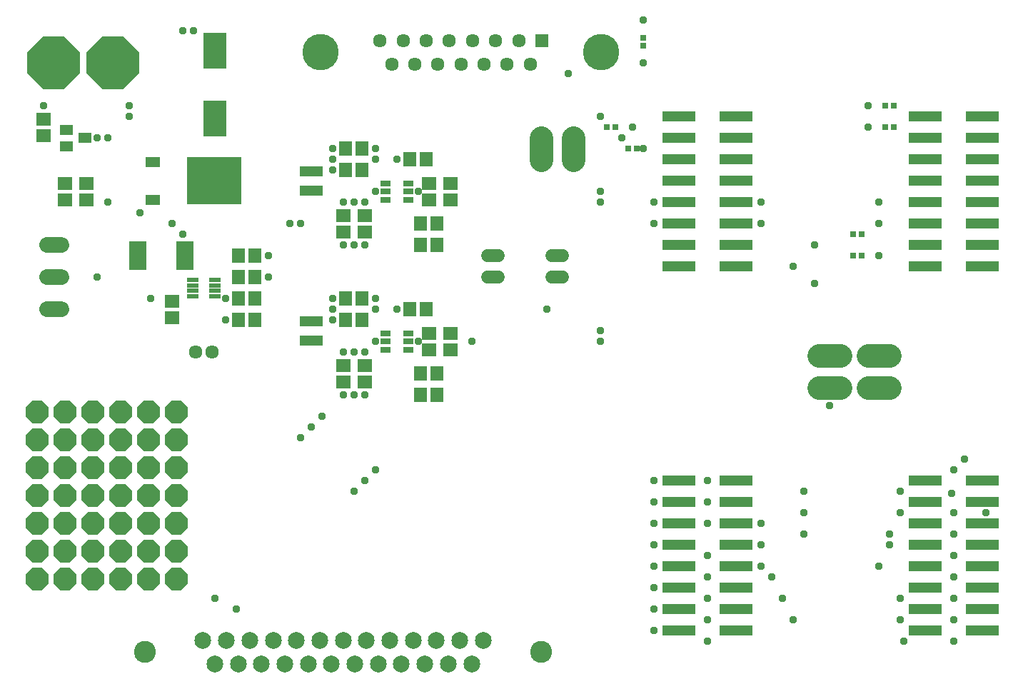
<source format=gbr>
G04 EAGLE Gerber RS-274X export*
G75*
%MOMM*%
%FSLAX34Y34*%
%LPD*%
%INSoldermask Top*%
%IPPOS*%
%AMOC8*
5,1,8,0,0,1.08239X$1,22.5*%
G01*
%ADD10R,1.503200X1.703200*%
%ADD11R,1.703200X1.503200*%
%ADD12R,2.703200X4.203200*%
%ADD13R,1.603200X1.203200*%
%ADD14R,2.743200X1.203200*%
%ADD15R,6.403200X5.603200*%
%ADD16R,1.803200X1.203200*%
%ADD17C,1.879600*%
%ADD18R,1.253200X0.803200*%
%ADD19P,6.731600X8X202.500000*%
%ADD20R,1.403200X0.603200*%
%ADD21C,1.611200*%
%ADD22C,1.524000*%
%ADD23R,1.611200X1.611200*%
%ADD24C,4.319200*%
%ADD25R,2.003200X3.403200*%
%ADD26C,1.993900*%
%ADD27C,2.603500*%
%ADD28C,2.755900*%
%ADD29R,3.953200X1.203200*%
%ADD30R,0.803200X0.703200*%
%ADD31R,0.703200X0.803200*%
%ADD32P,2.969212X8X22.500000*%
%ADD33C,0.959600*%


D10*
X409600Y698500D03*
X428600Y698500D03*
X409600Y723900D03*
X428600Y723900D03*
X517500Y635000D03*
X498500Y635000D03*
D11*
X406400Y447700D03*
X406400Y466700D03*
X431800Y447700D03*
X431800Y466700D03*
D10*
X504800Y533400D03*
X485800Y533400D03*
X409600Y520700D03*
X428600Y520700D03*
X409600Y546100D03*
X428600Y546100D03*
X517500Y457200D03*
X498500Y457200D03*
D12*
X254000Y760100D03*
X254000Y840100D03*
D11*
X406400Y625500D03*
X406400Y644500D03*
X431800Y625500D03*
X431800Y644500D03*
D10*
X504800Y711200D03*
X485800Y711200D03*
D13*
X99900Y736600D03*
X77900Y727100D03*
X77900Y746100D03*
D14*
X368300Y674300D03*
X368300Y697300D03*
X368300Y496500D03*
X368300Y519500D03*
D15*
X253600Y685800D03*
D16*
X180600Y708600D03*
X180600Y663000D03*
D11*
X508000Y682600D03*
X508000Y663600D03*
X50800Y758800D03*
X50800Y739800D03*
X533400Y485800D03*
X533400Y504800D03*
D10*
X498500Y431800D03*
X517500Y431800D03*
D11*
X508000Y504800D03*
X508000Y485800D03*
X76200Y663600D03*
X76200Y682600D03*
X101600Y682600D03*
X101600Y663600D03*
X533400Y663600D03*
X533400Y682600D03*
D10*
X498500Y609600D03*
X517500Y609600D03*
D17*
X71882Y533400D02*
X55118Y533400D01*
X55118Y571500D02*
X71882Y571500D01*
X71882Y609600D02*
X55118Y609600D01*
D18*
X456400Y682600D03*
X456400Y673100D03*
X456400Y663600D03*
X483400Y673100D03*
X483400Y663600D03*
X483400Y682600D03*
X456400Y504800D03*
X456400Y495300D03*
X456400Y485800D03*
X483400Y495300D03*
X483400Y485800D03*
X483400Y504800D03*
D19*
X132800Y825500D03*
X62800Y825500D03*
D20*
X228300Y568550D03*
X228300Y562050D03*
X228300Y555550D03*
X228300Y549050D03*
X254300Y549050D03*
X254300Y555550D03*
X254300Y562050D03*
X254300Y568550D03*
D10*
X301600Y571500D03*
X282600Y571500D03*
X301600Y596900D03*
X282600Y596900D03*
X282600Y520700D03*
X301600Y520700D03*
X282600Y546100D03*
X301600Y546100D03*
D21*
X251300Y482600D03*
X231300Y482600D03*
D11*
X203200Y542900D03*
X203200Y523900D03*
D22*
X577596Y596900D02*
X590804Y596900D01*
X590804Y571500D02*
X577596Y571500D01*
X653796Y571500D02*
X667004Y571500D01*
X667004Y596900D02*
X653796Y596900D01*
D21*
X450200Y852400D03*
X477600Y852400D03*
X505000Y852400D03*
X532400Y852400D03*
X559800Y852400D03*
X587200Y852400D03*
X614600Y852400D03*
D23*
X642000Y852400D03*
D21*
X463900Y824000D03*
X491300Y824000D03*
X518700Y824000D03*
X546100Y824000D03*
X573500Y824000D03*
X600900Y824000D03*
X628300Y824000D03*
D24*
X379500Y838200D03*
X712700Y838200D03*
D25*
X162500Y596900D03*
X218500Y596900D03*
D26*
X406400Y141224D03*
X434086Y141224D03*
X461772Y141224D03*
X489458Y141224D03*
X517144Y141224D03*
X544830Y141224D03*
X572516Y141224D03*
X378714Y141224D03*
X351028Y141224D03*
X323342Y141224D03*
X295656Y141224D03*
X267970Y141224D03*
X240284Y141224D03*
X558673Y112776D03*
X530987Y112776D03*
X503301Y112776D03*
X475615Y112776D03*
X447929Y112776D03*
X420243Y112776D03*
X392557Y112776D03*
X364871Y112776D03*
X337185Y112776D03*
X309499Y112776D03*
X281813Y112776D03*
X254127Y112776D03*
D27*
X171196Y127000D03*
X641604Y127000D03*
D28*
X641350Y711137D02*
X641350Y736664D01*
X679450Y736664D02*
X679450Y711137D01*
D29*
X804450Y330200D03*
X871950Y330200D03*
X804450Y304800D03*
X871950Y304800D03*
X804450Y279400D03*
X871950Y279400D03*
X804450Y254000D03*
X871950Y254000D03*
X804450Y228600D03*
X871950Y228600D03*
X804450Y203200D03*
X871950Y203200D03*
X804450Y177800D03*
X871950Y177800D03*
X804450Y152400D03*
X871950Y152400D03*
X804450Y762000D03*
X871950Y762000D03*
X804450Y736600D03*
X871950Y736600D03*
X804450Y711200D03*
X871950Y711200D03*
X804450Y685800D03*
X871950Y685800D03*
X804450Y660400D03*
X871950Y660400D03*
X804450Y635000D03*
X871950Y635000D03*
X804450Y609600D03*
X871950Y609600D03*
X804450Y584200D03*
X871950Y584200D03*
X1096550Y762000D03*
X1164050Y762000D03*
X1096550Y736600D03*
X1164050Y736600D03*
X1096550Y711200D03*
X1164050Y711200D03*
X1096550Y685800D03*
X1164050Y685800D03*
X1096550Y660400D03*
X1164050Y660400D03*
X1096550Y635000D03*
X1164050Y635000D03*
X1096550Y609600D03*
X1164050Y609600D03*
X1096550Y584200D03*
X1164050Y584200D03*
X1096550Y330200D03*
X1164050Y330200D03*
X1096550Y304800D03*
X1164050Y304800D03*
X1096550Y279400D03*
X1164050Y279400D03*
X1096550Y254000D03*
X1164050Y254000D03*
X1096550Y228600D03*
X1164050Y228600D03*
X1096550Y203200D03*
X1164050Y203200D03*
X1096550Y177800D03*
X1164050Y177800D03*
X1096550Y152400D03*
X1164050Y152400D03*
D30*
X744300Y723900D03*
X754300Y723900D03*
X718900Y749300D03*
X728900Y749300D03*
D31*
X762000Y855900D03*
X762000Y845900D03*
D30*
X1059100Y774700D03*
X1049100Y774700D03*
X1059100Y749300D03*
X1049100Y749300D03*
X1011000Y622300D03*
X1021000Y622300D03*
X1011000Y596900D03*
X1021000Y596900D03*
D32*
X43180Y411480D03*
X43180Y378460D03*
X43180Y345440D03*
X43180Y312420D03*
X43180Y279400D03*
X43180Y246380D03*
X76200Y411480D03*
X76200Y378460D03*
X76200Y345440D03*
X76200Y312420D03*
X109220Y312420D03*
X76200Y279400D03*
X109220Y411480D03*
X76200Y246380D03*
X109220Y378460D03*
X76200Y213360D03*
X109220Y345440D03*
X109220Y213360D03*
X109220Y279400D03*
X142240Y411480D03*
X109220Y246380D03*
X142240Y378460D03*
X43180Y213360D03*
X142240Y345440D03*
X142240Y312420D03*
X142240Y279400D03*
X142240Y246380D03*
X142240Y213360D03*
X175260Y246380D03*
X175260Y378460D03*
X175260Y213360D03*
X175260Y345440D03*
X208280Y411480D03*
X175260Y312420D03*
X175260Y411480D03*
X175260Y279400D03*
X208280Y378460D03*
X208280Y213360D03*
X208280Y345440D03*
X208280Y312420D03*
X208280Y279400D03*
X208280Y246380D03*
D28*
X1028637Y440690D02*
X1054164Y440690D01*
X1054164Y478790D02*
X1028637Y478790D01*
X995744Y478790D02*
X970217Y478790D01*
X970217Y440690D02*
X995744Y440690D01*
D33*
X444500Y546100D03*
X444500Y533400D03*
X431800Y482600D03*
X419100Y482600D03*
X406400Y482600D03*
X406400Y660400D03*
X419100Y660400D03*
X431800Y660400D03*
X444500Y723900D03*
X444500Y711200D03*
X647700Y533400D03*
X114300Y571500D03*
X177800Y546100D03*
X215900Y863600D03*
X228600Y863600D03*
X50800Y774700D03*
X317500Y596900D03*
X317500Y571500D03*
X901700Y635000D03*
X901700Y660400D03*
X774700Y635000D03*
X774700Y660400D03*
X1041400Y635000D03*
X1041400Y660400D03*
X673100Y812800D03*
X762000Y723900D03*
X749300Y749300D03*
X762000Y825500D03*
X1028700Y774700D03*
X1028700Y749300D03*
X1041400Y596900D03*
X1130300Y139700D03*
X1130300Y165100D03*
X1130300Y190500D03*
X1128315Y315515D03*
X1130300Y292100D03*
X1130300Y266700D03*
X1130300Y241300D03*
X1130300Y215900D03*
X838200Y330200D03*
X838200Y304800D03*
X838200Y279400D03*
X838200Y139700D03*
X838200Y165100D03*
X838200Y190500D03*
X838200Y215900D03*
X838200Y241300D03*
X982980Y419100D03*
X406400Y431800D03*
X431800Y431800D03*
X406400Y609600D03*
X431800Y609600D03*
X419100Y609600D03*
X355600Y635000D03*
X342900Y635000D03*
X393700Y546100D03*
X393700Y533400D03*
X393700Y520700D03*
X711200Y495300D03*
X711200Y508000D03*
X939800Y584200D03*
X762000Y876300D03*
X444500Y673100D03*
X469900Y711200D03*
X444500Y495300D03*
X469900Y533400D03*
X393700Y723900D03*
X393700Y711200D03*
X393700Y698500D03*
X711200Y673100D03*
X711200Y660400D03*
X965200Y609600D03*
X965200Y563880D03*
X495300Y673100D03*
X495300Y495300D03*
X558800Y495300D03*
X266700Y546100D03*
X368300Y393700D03*
X431800Y330200D03*
X952500Y292100D03*
X1130300Y342900D03*
X1168400Y292100D03*
X381000Y406400D03*
X444500Y342900D03*
X952500Y317500D03*
X1143000Y355600D03*
X266700Y520700D03*
X152400Y762000D03*
X152400Y774700D03*
X203200Y635000D03*
X215900Y622300D03*
X127000Y736600D03*
X114300Y736600D03*
X127000Y660400D03*
X165100Y647700D03*
X419100Y431800D03*
X355600Y381000D03*
X419100Y317500D03*
X952500Y266700D03*
X1066800Y317500D03*
X711200Y762000D03*
X736600Y736600D03*
X774700Y330200D03*
X774700Y304800D03*
X774700Y279400D03*
X774700Y177800D03*
X901700Y279400D03*
X901700Y254000D03*
X901700Y228600D03*
X774700Y254000D03*
X774700Y228600D03*
X774700Y203200D03*
X774700Y152400D03*
X914400Y215900D03*
X927100Y190500D03*
X279400Y177800D03*
X939800Y165100D03*
X254000Y190500D03*
X1041400Y228600D03*
X1054100Y254000D03*
X1054100Y266700D03*
X1066800Y292100D03*
X1066800Y190500D03*
X1066800Y165100D03*
X1071150Y139700D03*
M02*

</source>
